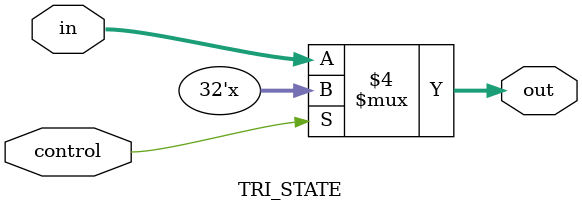
<source format=v>
`timescale 1ns / 1ps
module TRI_STATE #( parameter WIDTH = 32 )( in, out, control);

input[WIDTH -1:0] in ;
input control;
output reg [WIDTH -1:0] out ;


always @(*) begin 
	if (control == 1'b0)begin 
		out = in ; 
	end
	else begin 
		out ={WIDTH{1'bz}};
	end

end
endmodule

</source>
